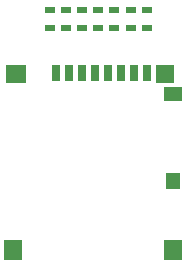
<source format=gtp>
G04*
G04 #@! TF.GenerationSoftware,Altium Limited,Altium Designer,23.5.1 (21)*
G04*
G04 Layer_Color=8421504*
%FSLAX44Y44*%
%MOMM*%
G71*
G04*
G04 #@! TF.SameCoordinates,BAE598E1-DFF8-4769-8F25-E61B10B1D6D2*
G04*
G04*
G04 #@! TF.FilePolarity,Positive*
G04*
G01*
G75*
%ADD13R,1.5000X1.3000*%
%ADD14R,1.5000X1.7000*%
%ADD15R,1.2000X1.4000*%
%ADD16R,1.7000X1.5000*%
%ADD17R,1.6000X1.5000*%
%ADD18R,0.8000X1.4000*%
%ADD19R,0.9500X0.6000*%
D13*
X252750Y147250D02*
D03*
D14*
X117750Y15250D02*
D03*
X252750D02*
D03*
D15*
Y73250D02*
D03*
D16*
X120250Y163750D02*
D03*
D17*
X246250D02*
D03*
D18*
X154250Y164750D02*
D03*
X165250D02*
D03*
X176250D02*
D03*
X187250D02*
D03*
X198250D02*
D03*
X209250D02*
D03*
X220250D02*
D03*
X231250D02*
D03*
D19*
X230750Y202500D02*
D03*
Y218500D02*
D03*
X148500Y202500D02*
D03*
Y218500D02*
D03*
X162250Y202500D02*
D03*
Y218500D02*
D03*
X175960Y202500D02*
D03*
Y218500D02*
D03*
X189500D02*
D03*
Y202500D02*
D03*
X217000D02*
D03*
Y218500D02*
D03*
X203250D02*
D03*
Y202500D02*
D03*
M02*

</source>
